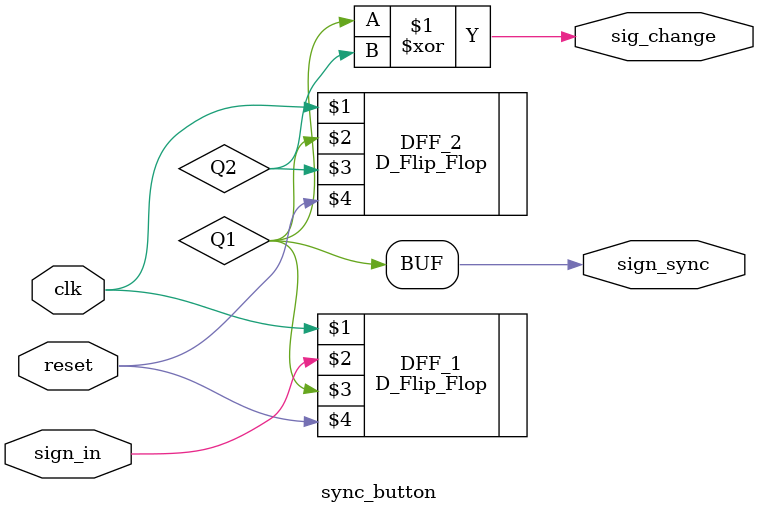
<source format=v>
`timescale 1ns / 1ps

module sync_button(sign_in, clk, sign_sync, sig_change, reset);
    input sign_in, clk, reset;
    output sign_sync, sig_change;
    wire Q1, Q2;

    D_Flip_Flop DFF_1(clk, sign_in, Q1, reset);
    D_Flip_Flop DFF_2(clk, Q1, Q2, reset);

    assign sign_sync = Q1;
    assign sig_change = Q1 ^ Q2;
endmodule


</source>
